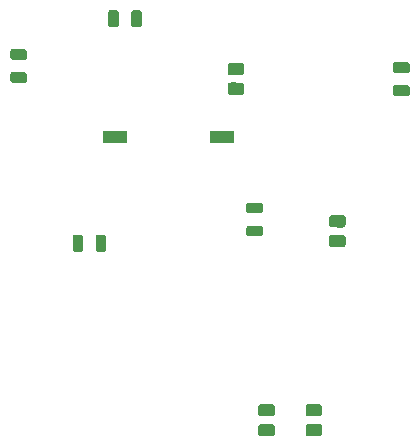
<source format=gbr>
G04 EAGLE Gerber RS-274X export*
G75*
%MOMM*%
%FSLAX34Y34*%
%LPD*%
%INSolderpaste Bottom*%
%IPPOS*%
%AMOC8*
5,1,8,0,0,1.08239X$1,22.5*%
G01*
%ADD10C,0.443700*%
%ADD11R,2.006600X1.092200*%
%ADD12C,0.504000*%

G36*
X308402Y962103D02*
X308402Y962103D01*
X308404Y962101D01*
X308795Y962132D01*
X308799Y962136D01*
X308802Y962133D01*
X309184Y962224D01*
X309188Y962229D01*
X309192Y962227D01*
X309554Y962377D01*
X309557Y962382D01*
X309561Y962380D01*
X309895Y962585D01*
X309897Y962590D01*
X309901Y962590D01*
X310200Y962845D01*
X310201Y962850D01*
X310205Y962850D01*
X310460Y963149D01*
X310461Y963155D01*
X310465Y963155D01*
X310670Y963489D01*
X310669Y963495D01*
X310674Y963496D01*
X310824Y963858D01*
X310823Y963860D01*
X310824Y963860D01*
X310822Y963863D01*
X310822Y963864D01*
X310826Y963866D01*
X310917Y964248D01*
X310915Y964253D01*
X310917Y964254D01*
X310918Y964255D01*
X310949Y964646D01*
X310947Y964649D01*
X310949Y964650D01*
X310949Y970150D01*
X310947Y970152D01*
X310949Y970154D01*
X310918Y970545D01*
X310914Y970549D01*
X310917Y970552D01*
X310826Y970934D01*
X310821Y970938D01*
X310824Y970942D01*
X310674Y971304D01*
X310668Y971307D01*
X310670Y971311D01*
X310465Y971645D01*
X310460Y971647D01*
X310460Y971651D01*
X310205Y971950D01*
X310200Y971951D01*
X310200Y971955D01*
X309901Y972210D01*
X309895Y972211D01*
X309895Y972215D01*
X309561Y972420D01*
X309555Y972419D01*
X309554Y972424D01*
X309192Y972574D01*
X309186Y972572D01*
X309184Y972576D01*
X308802Y972667D01*
X308795Y972664D01*
X308791Y972668D01*
X299600Y972699D01*
X299598Y972697D01*
X299596Y972699D01*
X299205Y972668D01*
X299201Y972664D01*
X299198Y972667D01*
X298816Y972576D01*
X298812Y972571D01*
X298808Y972574D01*
X298446Y972424D01*
X298443Y972418D01*
X298439Y972420D01*
X298105Y972215D01*
X298103Y972210D01*
X298099Y972210D01*
X297800Y971955D01*
X297799Y971950D01*
X297795Y971950D01*
X297540Y971651D01*
X297539Y971645D01*
X297535Y971645D01*
X297330Y971311D01*
X297331Y971305D01*
X297327Y971304D01*
X297177Y970942D01*
X297178Y970936D01*
X297174Y970934D01*
X297083Y970552D01*
X297085Y970547D01*
X297082Y970545D01*
X297051Y970154D01*
X297053Y970151D01*
X297051Y970150D01*
X297051Y964650D01*
X297053Y964648D01*
X297051Y964646D01*
X297082Y964255D01*
X297086Y964251D01*
X297083Y964248D01*
X297174Y963866D01*
X297179Y963862D01*
X297177Y963858D01*
X297327Y963496D01*
X297332Y963493D01*
X297330Y963489D01*
X297535Y963155D01*
X297540Y963153D01*
X297540Y963149D01*
X297795Y962850D01*
X297800Y962849D01*
X297800Y962845D01*
X298099Y962590D01*
X298105Y962589D01*
X298105Y962585D01*
X298439Y962380D01*
X298445Y962381D01*
X298446Y962377D01*
X298808Y962227D01*
X298814Y962228D01*
X298816Y962224D01*
X299198Y962133D01*
X299205Y962136D01*
X299209Y962132D01*
X308400Y962101D01*
X308402Y962103D01*
G37*
G36*
X308402Y945303D02*
X308402Y945303D01*
X308404Y945301D01*
X308795Y945332D01*
X308799Y945336D01*
X308802Y945333D01*
X309184Y945424D01*
X309188Y945429D01*
X309192Y945427D01*
X309554Y945577D01*
X309557Y945582D01*
X309561Y945580D01*
X309895Y945785D01*
X309897Y945790D01*
X309901Y945790D01*
X310200Y946045D01*
X310201Y946050D01*
X310205Y946050D01*
X310460Y946349D01*
X310461Y946355D01*
X310465Y946355D01*
X310670Y946689D01*
X310669Y946695D01*
X310674Y946696D01*
X310824Y947058D01*
X310823Y947060D01*
X310824Y947060D01*
X310822Y947063D01*
X310822Y947064D01*
X310826Y947066D01*
X310917Y947448D01*
X310915Y947453D01*
X310917Y947454D01*
X310918Y947455D01*
X310949Y947846D01*
X310947Y947849D01*
X310949Y947850D01*
X310949Y953350D01*
X310947Y953352D01*
X310949Y953354D01*
X310918Y953745D01*
X310914Y953749D01*
X310917Y953752D01*
X310826Y954134D01*
X310821Y954138D01*
X310824Y954142D01*
X310674Y954504D01*
X310668Y954507D01*
X310670Y954511D01*
X310465Y954845D01*
X310460Y954847D01*
X310460Y954851D01*
X310205Y955150D01*
X310200Y955151D01*
X310200Y955155D01*
X309901Y955410D01*
X309895Y955411D01*
X309895Y955415D01*
X309561Y955620D01*
X309555Y955619D01*
X309554Y955624D01*
X309192Y955774D01*
X309186Y955772D01*
X309184Y955776D01*
X308802Y955867D01*
X308795Y955864D01*
X308791Y955868D01*
X299600Y955899D01*
X299598Y955897D01*
X299596Y955899D01*
X299205Y955868D01*
X299201Y955864D01*
X299198Y955867D01*
X298816Y955776D01*
X298812Y955771D01*
X298808Y955774D01*
X298446Y955624D01*
X298443Y955618D01*
X298439Y955620D01*
X298105Y955415D01*
X298103Y955410D01*
X298099Y955410D01*
X297800Y955155D01*
X297799Y955150D01*
X297795Y955150D01*
X297540Y954851D01*
X297539Y954845D01*
X297535Y954845D01*
X297330Y954511D01*
X297331Y954505D01*
X297327Y954504D01*
X297177Y954142D01*
X297178Y954136D01*
X297174Y954134D01*
X297083Y953752D01*
X297085Y953747D01*
X297082Y953745D01*
X297051Y953354D01*
X297053Y953351D01*
X297051Y953350D01*
X297051Y947850D01*
X297053Y947848D01*
X297051Y947846D01*
X297082Y947455D01*
X297086Y947451D01*
X297083Y947448D01*
X297174Y947066D01*
X297179Y947062D01*
X297177Y947058D01*
X297327Y946696D01*
X297332Y946693D01*
X297330Y946689D01*
X297535Y946355D01*
X297540Y946353D01*
X297540Y946349D01*
X297795Y946050D01*
X297800Y946049D01*
X297800Y946045D01*
X298099Y945790D01*
X298105Y945789D01*
X298105Y945785D01*
X298439Y945580D01*
X298445Y945581D01*
X298446Y945577D01*
X298808Y945427D01*
X298814Y945428D01*
X298816Y945424D01*
X299198Y945333D01*
X299205Y945336D01*
X299209Y945332D01*
X308400Y945301D01*
X308402Y945303D01*
G37*
G36*
X394402Y833103D02*
X394402Y833103D01*
X394404Y833101D01*
X394795Y833132D01*
X394799Y833136D01*
X394802Y833133D01*
X395184Y833224D01*
X395188Y833229D01*
X395192Y833227D01*
X395554Y833377D01*
X395557Y833382D01*
X395561Y833380D01*
X395895Y833585D01*
X395897Y833590D01*
X395901Y833590D01*
X396200Y833845D01*
X396201Y833850D01*
X396205Y833850D01*
X396460Y834149D01*
X396461Y834155D01*
X396465Y834155D01*
X396670Y834489D01*
X396669Y834495D01*
X396674Y834496D01*
X396824Y834858D01*
X396823Y834860D01*
X396824Y834860D01*
X396822Y834863D01*
X396822Y834864D01*
X396826Y834866D01*
X396917Y835248D01*
X396915Y835253D01*
X396917Y835254D01*
X396918Y835255D01*
X396949Y835646D01*
X396947Y835649D01*
X396949Y835650D01*
X396949Y841150D01*
X396947Y841152D01*
X396949Y841154D01*
X396918Y841545D01*
X396914Y841549D01*
X396917Y841552D01*
X396826Y841934D01*
X396821Y841938D01*
X396824Y841942D01*
X396674Y842304D01*
X396668Y842307D01*
X396670Y842311D01*
X396465Y842645D01*
X396460Y842647D01*
X396460Y842651D01*
X396205Y842950D01*
X396200Y842951D01*
X396200Y842955D01*
X395901Y843210D01*
X395895Y843211D01*
X395895Y843215D01*
X395561Y843420D01*
X395555Y843419D01*
X395554Y843424D01*
X395192Y843574D01*
X395186Y843572D01*
X395184Y843576D01*
X394802Y843667D01*
X394795Y843664D01*
X394791Y843668D01*
X385600Y843699D01*
X385598Y843697D01*
X385596Y843699D01*
X385205Y843668D01*
X385201Y843664D01*
X385198Y843667D01*
X384816Y843576D01*
X384812Y843571D01*
X384808Y843574D01*
X384446Y843424D01*
X384443Y843418D01*
X384439Y843420D01*
X384105Y843215D01*
X384103Y843210D01*
X384099Y843210D01*
X383800Y842955D01*
X383799Y842950D01*
X383795Y842950D01*
X383540Y842651D01*
X383539Y842645D01*
X383535Y842645D01*
X383330Y842311D01*
X383331Y842305D01*
X383327Y842304D01*
X383177Y841942D01*
X383178Y841936D01*
X383174Y841934D01*
X383083Y841552D01*
X383085Y841547D01*
X383082Y841545D01*
X383051Y841154D01*
X383053Y841151D01*
X383051Y841150D01*
X383051Y835650D01*
X383053Y835648D01*
X383051Y835646D01*
X383082Y835255D01*
X383086Y835251D01*
X383083Y835248D01*
X383174Y834866D01*
X383179Y834862D01*
X383177Y834858D01*
X383327Y834496D01*
X383332Y834493D01*
X383330Y834489D01*
X383535Y834155D01*
X383540Y834153D01*
X383540Y834149D01*
X383795Y833850D01*
X383800Y833849D01*
X383800Y833845D01*
X384099Y833590D01*
X384105Y833589D01*
X384105Y833585D01*
X384439Y833380D01*
X384445Y833381D01*
X384446Y833377D01*
X384808Y833227D01*
X384814Y833228D01*
X384816Y833224D01*
X385198Y833133D01*
X385205Y833136D01*
X385209Y833132D01*
X394400Y833101D01*
X394402Y833103D01*
G37*
G36*
X394402Y816303D02*
X394402Y816303D01*
X394404Y816301D01*
X394795Y816332D01*
X394799Y816336D01*
X394802Y816333D01*
X395184Y816424D01*
X395188Y816429D01*
X395192Y816427D01*
X395554Y816577D01*
X395557Y816582D01*
X395561Y816580D01*
X395895Y816785D01*
X395897Y816790D01*
X395901Y816790D01*
X396200Y817045D01*
X396201Y817050D01*
X396205Y817050D01*
X396460Y817349D01*
X396461Y817355D01*
X396465Y817355D01*
X396670Y817689D01*
X396669Y817695D01*
X396674Y817696D01*
X396824Y818058D01*
X396823Y818060D01*
X396824Y818060D01*
X396822Y818063D01*
X396822Y818064D01*
X396826Y818066D01*
X396917Y818448D01*
X396915Y818453D01*
X396917Y818454D01*
X396918Y818455D01*
X396949Y818846D01*
X396947Y818849D01*
X396949Y818850D01*
X396949Y824350D01*
X396947Y824352D01*
X396949Y824354D01*
X396918Y824745D01*
X396914Y824749D01*
X396917Y824752D01*
X396826Y825134D01*
X396821Y825138D01*
X396824Y825142D01*
X396674Y825504D01*
X396668Y825507D01*
X396670Y825511D01*
X396465Y825845D01*
X396460Y825847D01*
X396460Y825851D01*
X396205Y826150D01*
X396200Y826151D01*
X396200Y826155D01*
X395901Y826410D01*
X395895Y826411D01*
X395895Y826415D01*
X395561Y826620D01*
X395555Y826619D01*
X395554Y826624D01*
X395192Y826774D01*
X395186Y826772D01*
X395184Y826776D01*
X394802Y826867D01*
X394795Y826864D01*
X394791Y826868D01*
X385600Y826899D01*
X385598Y826897D01*
X385596Y826899D01*
X385205Y826868D01*
X385201Y826864D01*
X385198Y826867D01*
X384816Y826776D01*
X384812Y826771D01*
X384808Y826774D01*
X384446Y826624D01*
X384443Y826618D01*
X384439Y826620D01*
X384105Y826415D01*
X384103Y826410D01*
X384099Y826410D01*
X383800Y826155D01*
X383799Y826150D01*
X383795Y826150D01*
X383540Y825851D01*
X383539Y825845D01*
X383535Y825845D01*
X383330Y825511D01*
X383331Y825505D01*
X383327Y825504D01*
X383177Y825142D01*
X383178Y825136D01*
X383174Y825134D01*
X383083Y824752D01*
X383085Y824747D01*
X383082Y824745D01*
X383051Y824354D01*
X383053Y824351D01*
X383051Y824350D01*
X383051Y818850D01*
X383053Y818848D01*
X383051Y818846D01*
X383082Y818455D01*
X383086Y818451D01*
X383083Y818448D01*
X383174Y818066D01*
X383179Y818062D01*
X383177Y818058D01*
X383327Y817696D01*
X383332Y817693D01*
X383330Y817689D01*
X383535Y817355D01*
X383540Y817353D01*
X383540Y817349D01*
X383795Y817050D01*
X383800Y817049D01*
X383800Y817045D01*
X384099Y816790D01*
X384105Y816789D01*
X384105Y816785D01*
X384439Y816580D01*
X384445Y816581D01*
X384446Y816577D01*
X384808Y816427D01*
X384814Y816428D01*
X384816Y816424D01*
X385198Y816333D01*
X385205Y816336D01*
X385209Y816332D01*
X394400Y816301D01*
X394402Y816303D01*
G37*
G36*
X334402Y673103D02*
X334402Y673103D01*
X334404Y673101D01*
X334795Y673132D01*
X334799Y673136D01*
X334802Y673133D01*
X335184Y673224D01*
X335188Y673229D01*
X335192Y673227D01*
X335554Y673377D01*
X335557Y673382D01*
X335561Y673380D01*
X335895Y673585D01*
X335897Y673590D01*
X335901Y673590D01*
X336200Y673845D01*
X336201Y673850D01*
X336205Y673850D01*
X336460Y674149D01*
X336461Y674155D01*
X336465Y674155D01*
X336670Y674489D01*
X336669Y674495D01*
X336674Y674496D01*
X336824Y674858D01*
X336823Y674860D01*
X336824Y674860D01*
X336822Y674863D01*
X336822Y674864D01*
X336826Y674866D01*
X336917Y675248D01*
X336915Y675253D01*
X336917Y675254D01*
X336918Y675255D01*
X336949Y675646D01*
X336947Y675649D01*
X336949Y675650D01*
X336949Y681150D01*
X336947Y681152D01*
X336949Y681154D01*
X336918Y681545D01*
X336914Y681549D01*
X336917Y681552D01*
X336826Y681934D01*
X336821Y681938D01*
X336824Y681942D01*
X336674Y682304D01*
X336668Y682307D01*
X336670Y682311D01*
X336465Y682645D01*
X336460Y682647D01*
X336460Y682651D01*
X336205Y682950D01*
X336200Y682951D01*
X336200Y682955D01*
X335901Y683210D01*
X335895Y683211D01*
X335895Y683215D01*
X335561Y683420D01*
X335555Y683419D01*
X335554Y683424D01*
X335192Y683574D01*
X335186Y683572D01*
X335184Y683576D01*
X334802Y683667D01*
X334795Y683664D01*
X334791Y683668D01*
X325600Y683699D01*
X325598Y683697D01*
X325596Y683699D01*
X325205Y683668D01*
X325201Y683664D01*
X325198Y683667D01*
X324816Y683576D01*
X324812Y683571D01*
X324808Y683574D01*
X324446Y683424D01*
X324443Y683418D01*
X324439Y683420D01*
X324105Y683215D01*
X324103Y683210D01*
X324099Y683210D01*
X323800Y682955D01*
X323799Y682950D01*
X323795Y682950D01*
X323540Y682651D01*
X323539Y682645D01*
X323535Y682645D01*
X323330Y682311D01*
X323331Y682305D01*
X323327Y682304D01*
X323177Y681942D01*
X323178Y681936D01*
X323174Y681934D01*
X323083Y681552D01*
X323085Y681547D01*
X323082Y681545D01*
X323051Y681154D01*
X323053Y681151D01*
X323051Y681150D01*
X323051Y675650D01*
X323053Y675648D01*
X323051Y675646D01*
X323082Y675255D01*
X323086Y675251D01*
X323083Y675248D01*
X323174Y674866D01*
X323179Y674862D01*
X323177Y674858D01*
X323327Y674496D01*
X323332Y674493D01*
X323330Y674489D01*
X323535Y674155D01*
X323540Y674153D01*
X323540Y674149D01*
X323795Y673850D01*
X323800Y673849D01*
X323800Y673845D01*
X324099Y673590D01*
X324105Y673589D01*
X324105Y673585D01*
X324439Y673380D01*
X324445Y673381D01*
X324446Y673377D01*
X324808Y673227D01*
X324814Y673228D01*
X324816Y673224D01*
X325198Y673133D01*
X325205Y673136D01*
X325209Y673132D01*
X334400Y673101D01*
X334402Y673103D01*
G37*
G36*
X374402Y673103D02*
X374402Y673103D01*
X374404Y673101D01*
X374795Y673132D01*
X374799Y673136D01*
X374802Y673133D01*
X375184Y673224D01*
X375188Y673229D01*
X375192Y673227D01*
X375554Y673377D01*
X375557Y673382D01*
X375561Y673380D01*
X375895Y673585D01*
X375897Y673590D01*
X375901Y673590D01*
X376200Y673845D01*
X376201Y673850D01*
X376205Y673850D01*
X376460Y674149D01*
X376461Y674155D01*
X376465Y674155D01*
X376670Y674489D01*
X376669Y674495D01*
X376674Y674496D01*
X376824Y674858D01*
X376823Y674860D01*
X376824Y674860D01*
X376822Y674863D01*
X376822Y674864D01*
X376826Y674866D01*
X376917Y675248D01*
X376915Y675253D01*
X376917Y675254D01*
X376918Y675255D01*
X376949Y675646D01*
X376947Y675649D01*
X376949Y675650D01*
X376949Y681150D01*
X376947Y681152D01*
X376949Y681154D01*
X376918Y681545D01*
X376914Y681549D01*
X376917Y681552D01*
X376826Y681934D01*
X376821Y681938D01*
X376824Y681942D01*
X376674Y682304D01*
X376668Y682307D01*
X376670Y682311D01*
X376465Y682645D01*
X376460Y682647D01*
X376460Y682651D01*
X376205Y682950D01*
X376200Y682951D01*
X376200Y682955D01*
X375901Y683210D01*
X375895Y683211D01*
X375895Y683215D01*
X375561Y683420D01*
X375555Y683419D01*
X375554Y683424D01*
X375192Y683574D01*
X375186Y683572D01*
X375184Y683576D01*
X374802Y683667D01*
X374795Y683664D01*
X374791Y683668D01*
X365600Y683699D01*
X365598Y683697D01*
X365596Y683699D01*
X365205Y683668D01*
X365201Y683664D01*
X365198Y683667D01*
X364816Y683576D01*
X364812Y683571D01*
X364808Y683574D01*
X364446Y683424D01*
X364443Y683418D01*
X364439Y683420D01*
X364105Y683215D01*
X364103Y683210D01*
X364099Y683210D01*
X363800Y682955D01*
X363799Y682950D01*
X363795Y682950D01*
X363540Y682651D01*
X363539Y682645D01*
X363535Y682645D01*
X363330Y682311D01*
X363331Y682305D01*
X363327Y682304D01*
X363177Y681942D01*
X363178Y681936D01*
X363174Y681934D01*
X363083Y681552D01*
X363085Y681547D01*
X363082Y681545D01*
X363051Y681154D01*
X363053Y681151D01*
X363051Y681150D01*
X363051Y675650D01*
X363053Y675648D01*
X363051Y675646D01*
X363082Y675255D01*
X363086Y675251D01*
X363083Y675248D01*
X363174Y674866D01*
X363179Y674862D01*
X363177Y674858D01*
X363327Y674496D01*
X363332Y674493D01*
X363330Y674489D01*
X363535Y674155D01*
X363540Y674153D01*
X363540Y674149D01*
X363795Y673850D01*
X363800Y673849D01*
X363800Y673845D01*
X364099Y673590D01*
X364105Y673589D01*
X364105Y673585D01*
X364439Y673380D01*
X364445Y673381D01*
X364446Y673377D01*
X364808Y673227D01*
X364814Y673228D01*
X364816Y673224D01*
X365198Y673133D01*
X365205Y673136D01*
X365209Y673132D01*
X374400Y673101D01*
X374402Y673103D01*
G37*
G36*
X334402Y656303D02*
X334402Y656303D01*
X334404Y656301D01*
X334795Y656332D01*
X334799Y656336D01*
X334802Y656333D01*
X335184Y656424D01*
X335188Y656429D01*
X335192Y656427D01*
X335554Y656577D01*
X335557Y656582D01*
X335561Y656580D01*
X335895Y656785D01*
X335897Y656790D01*
X335901Y656790D01*
X336200Y657045D01*
X336201Y657050D01*
X336205Y657050D01*
X336460Y657349D01*
X336461Y657355D01*
X336465Y657355D01*
X336670Y657689D01*
X336669Y657695D01*
X336674Y657696D01*
X336824Y658058D01*
X336823Y658060D01*
X336824Y658060D01*
X336822Y658063D01*
X336822Y658064D01*
X336826Y658066D01*
X336917Y658448D01*
X336915Y658453D01*
X336917Y658454D01*
X336918Y658455D01*
X336949Y658846D01*
X336947Y658849D01*
X336949Y658850D01*
X336949Y664350D01*
X336947Y664352D01*
X336949Y664354D01*
X336918Y664745D01*
X336914Y664749D01*
X336917Y664752D01*
X336826Y665134D01*
X336821Y665138D01*
X336824Y665142D01*
X336674Y665504D01*
X336668Y665507D01*
X336670Y665511D01*
X336465Y665845D01*
X336460Y665847D01*
X336460Y665851D01*
X336205Y666150D01*
X336200Y666151D01*
X336200Y666155D01*
X335901Y666410D01*
X335895Y666411D01*
X335895Y666415D01*
X335561Y666620D01*
X335555Y666619D01*
X335554Y666624D01*
X335192Y666774D01*
X335186Y666772D01*
X335184Y666776D01*
X334802Y666867D01*
X334795Y666864D01*
X334791Y666868D01*
X325600Y666899D01*
X325598Y666897D01*
X325596Y666899D01*
X325205Y666868D01*
X325201Y666864D01*
X325198Y666867D01*
X324816Y666776D01*
X324812Y666771D01*
X324808Y666774D01*
X324446Y666624D01*
X324443Y666618D01*
X324439Y666620D01*
X324105Y666415D01*
X324103Y666410D01*
X324099Y666410D01*
X323800Y666155D01*
X323799Y666150D01*
X323795Y666150D01*
X323540Y665851D01*
X323539Y665845D01*
X323535Y665845D01*
X323330Y665511D01*
X323331Y665505D01*
X323327Y665504D01*
X323177Y665142D01*
X323178Y665136D01*
X323174Y665134D01*
X323083Y664752D01*
X323085Y664747D01*
X323082Y664745D01*
X323051Y664354D01*
X323053Y664351D01*
X323051Y664350D01*
X323051Y658850D01*
X323053Y658848D01*
X323051Y658846D01*
X323082Y658455D01*
X323086Y658451D01*
X323083Y658448D01*
X323174Y658066D01*
X323179Y658062D01*
X323177Y658058D01*
X323327Y657696D01*
X323332Y657693D01*
X323330Y657689D01*
X323535Y657355D01*
X323540Y657353D01*
X323540Y657349D01*
X323795Y657050D01*
X323800Y657049D01*
X323800Y657045D01*
X324099Y656790D01*
X324105Y656789D01*
X324105Y656785D01*
X324439Y656580D01*
X324445Y656581D01*
X324446Y656577D01*
X324808Y656427D01*
X324814Y656428D01*
X324816Y656424D01*
X325198Y656333D01*
X325205Y656336D01*
X325209Y656332D01*
X334400Y656301D01*
X334402Y656303D01*
G37*
G36*
X374402Y656303D02*
X374402Y656303D01*
X374404Y656301D01*
X374795Y656332D01*
X374799Y656336D01*
X374802Y656333D01*
X375184Y656424D01*
X375188Y656429D01*
X375192Y656427D01*
X375554Y656577D01*
X375557Y656582D01*
X375561Y656580D01*
X375895Y656785D01*
X375897Y656790D01*
X375901Y656790D01*
X376200Y657045D01*
X376201Y657050D01*
X376205Y657050D01*
X376460Y657349D01*
X376461Y657355D01*
X376465Y657355D01*
X376670Y657689D01*
X376669Y657695D01*
X376674Y657696D01*
X376824Y658058D01*
X376823Y658060D01*
X376824Y658060D01*
X376822Y658063D01*
X376822Y658064D01*
X376826Y658066D01*
X376917Y658448D01*
X376915Y658453D01*
X376917Y658454D01*
X376918Y658455D01*
X376949Y658846D01*
X376947Y658849D01*
X376949Y658850D01*
X376949Y664350D01*
X376947Y664352D01*
X376949Y664354D01*
X376918Y664745D01*
X376914Y664749D01*
X376917Y664752D01*
X376826Y665134D01*
X376821Y665138D01*
X376824Y665142D01*
X376674Y665504D01*
X376668Y665507D01*
X376670Y665511D01*
X376465Y665845D01*
X376460Y665847D01*
X376460Y665851D01*
X376205Y666150D01*
X376200Y666151D01*
X376200Y666155D01*
X375901Y666410D01*
X375895Y666411D01*
X375895Y666415D01*
X375561Y666620D01*
X375555Y666619D01*
X375554Y666624D01*
X375192Y666774D01*
X375186Y666772D01*
X375184Y666776D01*
X374802Y666867D01*
X374795Y666864D01*
X374791Y666868D01*
X365600Y666899D01*
X365598Y666897D01*
X365596Y666899D01*
X365205Y666868D01*
X365201Y666864D01*
X365198Y666867D01*
X364816Y666776D01*
X364812Y666771D01*
X364808Y666774D01*
X364446Y666624D01*
X364443Y666618D01*
X364439Y666620D01*
X364105Y666415D01*
X364103Y666410D01*
X364099Y666410D01*
X363800Y666155D01*
X363799Y666150D01*
X363795Y666150D01*
X363540Y665851D01*
X363539Y665845D01*
X363535Y665845D01*
X363330Y665511D01*
X363331Y665505D01*
X363327Y665504D01*
X363177Y665142D01*
X363178Y665136D01*
X363174Y665134D01*
X363083Y664752D01*
X363085Y664747D01*
X363082Y664745D01*
X363051Y664354D01*
X363053Y664351D01*
X363051Y664350D01*
X363051Y658850D01*
X363053Y658848D01*
X363051Y658846D01*
X363082Y658455D01*
X363086Y658451D01*
X363083Y658448D01*
X363174Y658066D01*
X363179Y658062D01*
X363177Y658058D01*
X363327Y657696D01*
X363332Y657693D01*
X363330Y657689D01*
X363535Y657355D01*
X363540Y657353D01*
X363540Y657349D01*
X363795Y657050D01*
X363800Y657049D01*
X363800Y657045D01*
X364099Y656790D01*
X364105Y656789D01*
X364105Y656785D01*
X364439Y656580D01*
X364445Y656581D01*
X364446Y656577D01*
X364808Y656427D01*
X364814Y656428D01*
X364816Y656424D01*
X365198Y656333D01*
X365205Y656336D01*
X365209Y656332D01*
X374400Y656301D01*
X374402Y656303D01*
G37*
G36*
X202402Y1002853D02*
X202402Y1002853D01*
X202404Y1002851D01*
X202748Y1002878D01*
X202752Y1002882D01*
X202756Y1002879D01*
X203092Y1002960D01*
X203095Y1002965D01*
X203099Y1002963D01*
X203418Y1003095D01*
X203421Y1003100D01*
X203425Y1003098D01*
X203719Y1003278D01*
X203721Y1003283D01*
X203725Y1003283D01*
X203988Y1003507D01*
X203989Y1003512D01*
X203994Y1003512D01*
X204218Y1003775D01*
X204218Y1003781D01*
X204222Y1003781D01*
X204402Y1004075D01*
X204401Y1004081D01*
X204406Y1004082D01*
X204538Y1004401D01*
X204536Y1004407D01*
X204540Y1004408D01*
X204621Y1004744D01*
X204617Y1004752D01*
X204622Y1004756D01*
X204649Y1014900D01*
X204647Y1014902D01*
X204649Y1014904D01*
X204622Y1015248D01*
X204618Y1015252D01*
X204621Y1015256D01*
X204540Y1015592D01*
X204535Y1015595D01*
X204538Y1015599D01*
X204406Y1015918D01*
X204400Y1015921D01*
X204402Y1015925D01*
X204222Y1016219D01*
X204217Y1016221D01*
X204218Y1016225D01*
X203994Y1016488D01*
X203988Y1016489D01*
X203988Y1016494D01*
X203725Y1016718D01*
X203719Y1016718D01*
X203719Y1016722D01*
X203425Y1016902D01*
X203419Y1016901D01*
X203418Y1016906D01*
X203099Y1017038D01*
X203093Y1017036D01*
X203092Y1017040D01*
X202756Y1017121D01*
X202750Y1017119D01*
X202748Y1017122D01*
X202404Y1017149D01*
X202401Y1017148D01*
X202400Y1017149D01*
X198100Y1017149D01*
X198098Y1017147D01*
X198096Y1017149D01*
X197752Y1017122D01*
X197748Y1017118D01*
X197744Y1017121D01*
X197408Y1017040D01*
X197405Y1017035D01*
X197401Y1017038D01*
X197082Y1016906D01*
X197079Y1016900D01*
X197075Y1016902D01*
X196781Y1016722D01*
X196779Y1016717D01*
X196775Y1016718D01*
X196512Y1016494D01*
X196511Y1016488D01*
X196507Y1016488D01*
X196283Y1016225D01*
X196282Y1016219D01*
X196278Y1016219D01*
X196098Y1015925D01*
X196099Y1015919D01*
X196095Y1015918D01*
X195963Y1015599D01*
X195964Y1015593D01*
X195960Y1015592D01*
X195879Y1015256D01*
X195883Y1015248D01*
X195878Y1015244D01*
X195851Y1005100D01*
X195853Y1005098D01*
X195851Y1005096D01*
X195878Y1004752D01*
X195882Y1004748D01*
X195879Y1004744D01*
X195960Y1004408D01*
X195965Y1004405D01*
X195963Y1004401D01*
X196095Y1004082D01*
X196100Y1004079D01*
X196098Y1004075D01*
X196278Y1003781D01*
X196283Y1003779D01*
X196283Y1003775D01*
X196507Y1003512D01*
X196512Y1003511D01*
X196512Y1003507D01*
X196775Y1003283D01*
X196781Y1003282D01*
X196781Y1003278D01*
X197075Y1003098D01*
X197081Y1003099D01*
X197082Y1003095D01*
X197401Y1002963D01*
X197407Y1002964D01*
X197408Y1002960D01*
X197744Y1002879D01*
X197750Y1002881D01*
X197752Y1002878D01*
X198096Y1002851D01*
X198099Y1002853D01*
X198100Y1002851D01*
X202400Y1002851D01*
X202402Y1002853D01*
G37*
G36*
X221902Y1002853D02*
X221902Y1002853D01*
X221904Y1002851D01*
X222248Y1002878D01*
X222252Y1002882D01*
X222256Y1002879D01*
X222592Y1002960D01*
X222595Y1002965D01*
X222599Y1002963D01*
X222918Y1003095D01*
X222921Y1003100D01*
X222925Y1003098D01*
X223219Y1003278D01*
X223221Y1003283D01*
X223225Y1003283D01*
X223488Y1003507D01*
X223489Y1003512D01*
X223494Y1003512D01*
X223718Y1003775D01*
X223718Y1003781D01*
X223722Y1003781D01*
X223902Y1004075D01*
X223901Y1004081D01*
X223906Y1004082D01*
X224038Y1004401D01*
X224036Y1004407D01*
X224040Y1004408D01*
X224121Y1004744D01*
X224117Y1004752D01*
X224122Y1004756D01*
X224149Y1014900D01*
X224147Y1014902D01*
X224149Y1014904D01*
X224122Y1015248D01*
X224118Y1015252D01*
X224121Y1015256D01*
X224040Y1015592D01*
X224035Y1015595D01*
X224038Y1015599D01*
X223906Y1015918D01*
X223900Y1015921D01*
X223902Y1015925D01*
X223722Y1016219D01*
X223717Y1016221D01*
X223718Y1016225D01*
X223494Y1016488D01*
X223488Y1016489D01*
X223488Y1016494D01*
X223225Y1016718D01*
X223219Y1016718D01*
X223219Y1016722D01*
X222925Y1016902D01*
X222919Y1016901D01*
X222918Y1016906D01*
X222599Y1017038D01*
X222593Y1017036D01*
X222592Y1017040D01*
X222256Y1017121D01*
X222250Y1017119D01*
X222248Y1017122D01*
X221904Y1017149D01*
X221901Y1017148D01*
X221900Y1017149D01*
X217600Y1017149D01*
X217598Y1017147D01*
X217596Y1017149D01*
X217252Y1017122D01*
X217248Y1017118D01*
X217244Y1017121D01*
X216908Y1017040D01*
X216905Y1017035D01*
X216901Y1017038D01*
X216582Y1016906D01*
X216579Y1016900D01*
X216575Y1016902D01*
X216281Y1016722D01*
X216279Y1016717D01*
X216275Y1016718D01*
X216012Y1016494D01*
X216011Y1016488D01*
X216007Y1016488D01*
X215783Y1016225D01*
X215782Y1016219D01*
X215778Y1016219D01*
X215598Y1015925D01*
X215599Y1015919D01*
X215595Y1015918D01*
X215463Y1015599D01*
X215464Y1015593D01*
X215460Y1015592D01*
X215379Y1015256D01*
X215383Y1015248D01*
X215378Y1015244D01*
X215351Y1005100D01*
X215353Y1005098D01*
X215351Y1005096D01*
X215378Y1004752D01*
X215382Y1004748D01*
X215379Y1004744D01*
X215460Y1004408D01*
X215465Y1004405D01*
X215463Y1004401D01*
X215595Y1004082D01*
X215600Y1004079D01*
X215598Y1004075D01*
X215778Y1003781D01*
X215783Y1003779D01*
X215783Y1003775D01*
X216007Y1003512D01*
X216012Y1003511D01*
X216012Y1003507D01*
X216275Y1003283D01*
X216281Y1003282D01*
X216281Y1003278D01*
X216575Y1003098D01*
X216581Y1003099D01*
X216582Y1003095D01*
X216901Y1002963D01*
X216907Y1002964D01*
X216908Y1002960D01*
X217244Y1002879D01*
X217250Y1002881D01*
X217252Y1002878D01*
X217596Y1002851D01*
X217599Y1002853D01*
X217600Y1002851D01*
X221900Y1002851D01*
X221902Y1002853D01*
G37*
G36*
X124902Y975353D02*
X124902Y975353D01*
X124904Y975351D01*
X125248Y975378D01*
X125252Y975382D01*
X125256Y975379D01*
X125592Y975460D01*
X125595Y975465D01*
X125599Y975463D01*
X125918Y975595D01*
X125921Y975600D01*
X125925Y975598D01*
X126219Y975778D01*
X126221Y975783D01*
X126225Y975783D01*
X126488Y976007D01*
X126489Y976012D01*
X126494Y976012D01*
X126718Y976275D01*
X126718Y976281D01*
X126722Y976281D01*
X126902Y976575D01*
X126901Y976581D01*
X126906Y976582D01*
X127038Y976901D01*
X127036Y976907D01*
X127040Y976908D01*
X127121Y977244D01*
X127119Y977250D01*
X127122Y977252D01*
X127149Y977596D01*
X127148Y977599D01*
X127149Y977600D01*
X127149Y981900D01*
X127147Y981902D01*
X127149Y981904D01*
X127122Y982248D01*
X127118Y982252D01*
X127121Y982256D01*
X127040Y982592D01*
X127035Y982595D01*
X127038Y982599D01*
X126906Y982918D01*
X126900Y982921D01*
X126902Y982925D01*
X126722Y983219D01*
X126717Y983221D01*
X126718Y983225D01*
X126494Y983488D01*
X126488Y983489D01*
X126488Y983494D01*
X126225Y983718D01*
X126219Y983718D01*
X126219Y983722D01*
X125925Y983902D01*
X125919Y983901D01*
X125918Y983906D01*
X125599Y984038D01*
X125593Y984036D01*
X125592Y984040D01*
X125256Y984121D01*
X125248Y984117D01*
X125244Y984122D01*
X115100Y984149D01*
X115098Y984147D01*
X115096Y984149D01*
X114752Y984122D01*
X114748Y984118D01*
X114744Y984121D01*
X114408Y984040D01*
X114405Y984035D01*
X114401Y984038D01*
X114082Y983906D01*
X114079Y983900D01*
X114075Y983902D01*
X113781Y983722D01*
X113779Y983717D01*
X113775Y983718D01*
X113512Y983494D01*
X113511Y983488D01*
X113507Y983488D01*
X113283Y983225D01*
X113282Y983219D01*
X113278Y983219D01*
X113098Y982925D01*
X113099Y982919D01*
X113095Y982918D01*
X112963Y982599D01*
X112964Y982593D01*
X112960Y982592D01*
X112879Y982256D01*
X112881Y982250D01*
X112878Y982248D01*
X112851Y981904D01*
X112853Y981901D01*
X112851Y981900D01*
X112851Y977600D01*
X112853Y977598D01*
X112851Y977596D01*
X112878Y977252D01*
X112882Y977248D01*
X112879Y977244D01*
X112960Y976908D01*
X112965Y976905D01*
X112963Y976901D01*
X113095Y976582D01*
X113100Y976579D01*
X113098Y976575D01*
X113278Y976281D01*
X113283Y976279D01*
X113283Y976275D01*
X113507Y976012D01*
X113512Y976011D01*
X113512Y976007D01*
X113775Y975783D01*
X113781Y975782D01*
X113781Y975778D01*
X114075Y975598D01*
X114081Y975599D01*
X114082Y975595D01*
X114401Y975463D01*
X114407Y975464D01*
X114408Y975460D01*
X114744Y975379D01*
X114752Y975383D01*
X114756Y975378D01*
X124900Y975351D01*
X124902Y975353D01*
G37*
G36*
X448902Y964353D02*
X448902Y964353D01*
X448904Y964351D01*
X449248Y964378D01*
X449252Y964382D01*
X449256Y964379D01*
X449592Y964460D01*
X449595Y964465D01*
X449599Y964463D01*
X449918Y964595D01*
X449921Y964600D01*
X449925Y964598D01*
X450219Y964778D01*
X450221Y964783D01*
X450225Y964783D01*
X450488Y965007D01*
X450489Y965012D01*
X450494Y965012D01*
X450718Y965275D01*
X450718Y965281D01*
X450722Y965281D01*
X450902Y965575D01*
X450901Y965581D01*
X450906Y965582D01*
X451038Y965901D01*
X451036Y965907D01*
X451040Y965908D01*
X451121Y966244D01*
X451119Y966250D01*
X451122Y966252D01*
X451149Y966596D01*
X451148Y966599D01*
X451149Y966600D01*
X451149Y970900D01*
X451147Y970902D01*
X451149Y970904D01*
X451122Y971248D01*
X451118Y971252D01*
X451121Y971256D01*
X451040Y971592D01*
X451035Y971595D01*
X451038Y971599D01*
X450906Y971918D01*
X450900Y971921D01*
X450902Y971925D01*
X450722Y972219D01*
X450717Y972221D01*
X450718Y972225D01*
X450494Y972488D01*
X450488Y972489D01*
X450488Y972494D01*
X450225Y972718D01*
X450219Y972718D01*
X450219Y972722D01*
X449925Y972902D01*
X449919Y972901D01*
X449918Y972906D01*
X449599Y973038D01*
X449593Y973036D01*
X449592Y973040D01*
X449256Y973121D01*
X449248Y973117D01*
X449244Y973122D01*
X439100Y973149D01*
X439098Y973147D01*
X439096Y973149D01*
X438752Y973122D01*
X438748Y973118D01*
X438744Y973121D01*
X438408Y973040D01*
X438405Y973035D01*
X438401Y973038D01*
X438082Y972906D01*
X438079Y972900D01*
X438075Y972902D01*
X437781Y972722D01*
X437779Y972717D01*
X437775Y972718D01*
X437512Y972494D01*
X437511Y972488D01*
X437507Y972488D01*
X437283Y972225D01*
X437282Y972219D01*
X437278Y972219D01*
X437098Y971925D01*
X437099Y971919D01*
X437095Y971918D01*
X436963Y971599D01*
X436964Y971593D01*
X436960Y971592D01*
X436879Y971256D01*
X436881Y971250D01*
X436878Y971248D01*
X436851Y970904D01*
X436853Y970901D01*
X436851Y970900D01*
X436851Y966600D01*
X436853Y966598D01*
X436851Y966596D01*
X436878Y966252D01*
X436882Y966248D01*
X436879Y966244D01*
X436960Y965908D01*
X436965Y965905D01*
X436963Y965901D01*
X437095Y965582D01*
X437100Y965579D01*
X437098Y965575D01*
X437278Y965281D01*
X437283Y965279D01*
X437283Y965275D01*
X437507Y965012D01*
X437512Y965011D01*
X437512Y965007D01*
X437775Y964783D01*
X437781Y964782D01*
X437781Y964778D01*
X438075Y964598D01*
X438081Y964599D01*
X438082Y964595D01*
X438401Y964463D01*
X438407Y964464D01*
X438408Y964460D01*
X438744Y964379D01*
X438752Y964383D01*
X438756Y964378D01*
X448900Y964351D01*
X448902Y964353D01*
G37*
G36*
X124902Y955853D02*
X124902Y955853D01*
X124904Y955851D01*
X125248Y955878D01*
X125252Y955882D01*
X125256Y955879D01*
X125592Y955960D01*
X125595Y955965D01*
X125599Y955963D01*
X125918Y956095D01*
X125921Y956100D01*
X125925Y956098D01*
X126219Y956278D01*
X126221Y956283D01*
X126225Y956283D01*
X126488Y956507D01*
X126489Y956512D01*
X126494Y956512D01*
X126718Y956775D01*
X126718Y956781D01*
X126722Y956781D01*
X126902Y957075D01*
X126901Y957081D01*
X126906Y957082D01*
X127038Y957401D01*
X127036Y957407D01*
X127040Y957408D01*
X127121Y957744D01*
X127119Y957750D01*
X127122Y957752D01*
X127149Y958096D01*
X127148Y958099D01*
X127149Y958100D01*
X127149Y962400D01*
X127147Y962402D01*
X127149Y962404D01*
X127122Y962748D01*
X127118Y962752D01*
X127121Y962756D01*
X127040Y963092D01*
X127035Y963095D01*
X127038Y963099D01*
X126906Y963418D01*
X126900Y963421D01*
X126902Y963425D01*
X126722Y963719D01*
X126717Y963721D01*
X126718Y963725D01*
X126494Y963988D01*
X126488Y963989D01*
X126488Y963994D01*
X126225Y964218D01*
X126219Y964218D01*
X126219Y964222D01*
X125925Y964402D01*
X125919Y964401D01*
X125918Y964406D01*
X125599Y964538D01*
X125593Y964536D01*
X125592Y964540D01*
X125256Y964621D01*
X125248Y964617D01*
X125244Y964622D01*
X115100Y964649D01*
X115098Y964647D01*
X115096Y964649D01*
X114752Y964622D01*
X114748Y964618D01*
X114744Y964621D01*
X114408Y964540D01*
X114405Y964535D01*
X114401Y964538D01*
X114082Y964406D01*
X114079Y964400D01*
X114075Y964402D01*
X113781Y964222D01*
X113779Y964217D01*
X113775Y964218D01*
X113512Y963994D01*
X113511Y963988D01*
X113507Y963988D01*
X113283Y963725D01*
X113282Y963719D01*
X113278Y963719D01*
X113098Y963425D01*
X113099Y963419D01*
X113095Y963418D01*
X112963Y963099D01*
X112964Y963093D01*
X112960Y963092D01*
X112879Y962756D01*
X112881Y962750D01*
X112878Y962748D01*
X112851Y962404D01*
X112853Y962401D01*
X112851Y962400D01*
X112851Y958100D01*
X112853Y958098D01*
X112851Y958096D01*
X112878Y957752D01*
X112882Y957748D01*
X112879Y957744D01*
X112960Y957408D01*
X112965Y957405D01*
X112963Y957401D01*
X113095Y957082D01*
X113100Y957079D01*
X113098Y957075D01*
X113278Y956781D01*
X113283Y956779D01*
X113283Y956775D01*
X113507Y956512D01*
X113512Y956511D01*
X113512Y956507D01*
X113775Y956283D01*
X113781Y956282D01*
X113781Y956278D01*
X114075Y956098D01*
X114081Y956099D01*
X114082Y956095D01*
X114401Y955963D01*
X114407Y955964D01*
X114408Y955960D01*
X114744Y955879D01*
X114752Y955883D01*
X114756Y955878D01*
X124900Y955851D01*
X124902Y955853D01*
G37*
G36*
X448902Y944853D02*
X448902Y944853D01*
X448904Y944851D01*
X449248Y944878D01*
X449252Y944882D01*
X449256Y944879D01*
X449592Y944960D01*
X449595Y944965D01*
X449599Y944963D01*
X449918Y945095D01*
X449921Y945100D01*
X449925Y945098D01*
X450219Y945278D01*
X450221Y945283D01*
X450225Y945283D01*
X450488Y945507D01*
X450489Y945512D01*
X450494Y945512D01*
X450718Y945775D01*
X450718Y945781D01*
X450722Y945781D01*
X450902Y946075D01*
X450901Y946081D01*
X450906Y946082D01*
X451038Y946401D01*
X451036Y946407D01*
X451040Y946408D01*
X451121Y946744D01*
X451119Y946750D01*
X451122Y946752D01*
X451149Y947096D01*
X451148Y947099D01*
X451149Y947100D01*
X451149Y951400D01*
X451147Y951402D01*
X451149Y951404D01*
X451122Y951748D01*
X451118Y951752D01*
X451121Y951756D01*
X451040Y952092D01*
X451035Y952095D01*
X451038Y952099D01*
X450906Y952418D01*
X450900Y952421D01*
X450902Y952425D01*
X450722Y952719D01*
X450717Y952721D01*
X450718Y952725D01*
X450494Y952988D01*
X450488Y952989D01*
X450488Y952994D01*
X450225Y953218D01*
X450219Y953218D01*
X450219Y953222D01*
X449925Y953402D01*
X449919Y953401D01*
X449918Y953406D01*
X449599Y953538D01*
X449593Y953536D01*
X449592Y953540D01*
X449256Y953621D01*
X449248Y953617D01*
X449244Y953622D01*
X439100Y953649D01*
X439098Y953647D01*
X439096Y953649D01*
X438752Y953622D01*
X438748Y953618D01*
X438744Y953621D01*
X438408Y953540D01*
X438405Y953535D01*
X438401Y953538D01*
X438082Y953406D01*
X438079Y953400D01*
X438075Y953402D01*
X437781Y953222D01*
X437779Y953217D01*
X437775Y953218D01*
X437512Y952994D01*
X437511Y952988D01*
X437507Y952988D01*
X437283Y952725D01*
X437282Y952719D01*
X437278Y952719D01*
X437098Y952425D01*
X437099Y952419D01*
X437095Y952418D01*
X436963Y952099D01*
X436964Y952093D01*
X436960Y952092D01*
X436879Y951756D01*
X436881Y951750D01*
X436878Y951748D01*
X436851Y951404D01*
X436853Y951401D01*
X436851Y951400D01*
X436851Y947100D01*
X436853Y947098D01*
X436851Y947096D01*
X436878Y946752D01*
X436882Y946748D01*
X436879Y946744D01*
X436960Y946408D01*
X436965Y946405D01*
X436963Y946401D01*
X437095Y946082D01*
X437100Y946079D01*
X437098Y946075D01*
X437278Y945781D01*
X437283Y945779D01*
X437283Y945775D01*
X437507Y945512D01*
X437512Y945511D01*
X437512Y945507D01*
X437775Y945283D01*
X437781Y945282D01*
X437781Y945278D01*
X438075Y945098D01*
X438081Y945099D01*
X438082Y945095D01*
X438401Y944963D01*
X438407Y944964D01*
X438408Y944960D01*
X438744Y944879D01*
X438752Y944883D01*
X438756Y944878D01*
X448900Y944851D01*
X448902Y944853D01*
G37*
G36*
X324902Y845353D02*
X324902Y845353D01*
X324904Y845351D01*
X325248Y845378D01*
X325252Y845382D01*
X325256Y845379D01*
X325592Y845460D01*
X325595Y845465D01*
X325599Y845463D01*
X325918Y845595D01*
X325921Y845600D01*
X325925Y845598D01*
X326219Y845778D01*
X326221Y845783D01*
X326225Y845783D01*
X326488Y846007D01*
X326489Y846012D01*
X326494Y846012D01*
X326718Y846275D01*
X326718Y846281D01*
X326722Y846281D01*
X326902Y846575D01*
X326901Y846581D01*
X326906Y846582D01*
X327038Y846901D01*
X327036Y846907D01*
X327040Y846908D01*
X327121Y847244D01*
X327119Y847250D01*
X327122Y847252D01*
X327149Y847596D01*
X327148Y847599D01*
X327149Y847600D01*
X327149Y851900D01*
X327147Y851902D01*
X327149Y851904D01*
X327122Y852248D01*
X327118Y852252D01*
X327121Y852256D01*
X327040Y852592D01*
X327035Y852595D01*
X327038Y852599D01*
X326906Y852918D01*
X326900Y852921D01*
X326902Y852925D01*
X326722Y853219D01*
X326717Y853221D01*
X326718Y853225D01*
X326494Y853488D01*
X326488Y853489D01*
X326488Y853494D01*
X326225Y853718D01*
X326219Y853718D01*
X326219Y853722D01*
X325925Y853902D01*
X325919Y853901D01*
X325918Y853906D01*
X325599Y854038D01*
X325593Y854036D01*
X325592Y854040D01*
X325256Y854121D01*
X325248Y854117D01*
X325244Y854122D01*
X315100Y854149D01*
X315098Y854147D01*
X315096Y854149D01*
X314752Y854122D01*
X314748Y854118D01*
X314744Y854121D01*
X314408Y854040D01*
X314405Y854035D01*
X314401Y854038D01*
X314082Y853906D01*
X314079Y853900D01*
X314075Y853902D01*
X313781Y853722D01*
X313779Y853717D01*
X313775Y853718D01*
X313512Y853494D01*
X313511Y853488D01*
X313507Y853488D01*
X313283Y853225D01*
X313282Y853219D01*
X313278Y853219D01*
X313098Y852925D01*
X313099Y852919D01*
X313095Y852918D01*
X312963Y852599D01*
X312964Y852593D01*
X312960Y852592D01*
X312879Y852256D01*
X312881Y852250D01*
X312878Y852248D01*
X312851Y851904D01*
X312853Y851901D01*
X312851Y851900D01*
X312851Y847600D01*
X312853Y847598D01*
X312851Y847596D01*
X312878Y847252D01*
X312882Y847248D01*
X312879Y847244D01*
X312960Y846908D01*
X312965Y846905D01*
X312963Y846901D01*
X313095Y846582D01*
X313100Y846579D01*
X313098Y846575D01*
X313278Y846281D01*
X313283Y846279D01*
X313283Y846275D01*
X313507Y846012D01*
X313512Y846011D01*
X313512Y846007D01*
X313775Y845783D01*
X313781Y845782D01*
X313781Y845778D01*
X314075Y845598D01*
X314081Y845599D01*
X314082Y845595D01*
X314401Y845463D01*
X314407Y845464D01*
X314408Y845460D01*
X314744Y845379D01*
X314752Y845383D01*
X314756Y845378D01*
X324900Y845351D01*
X324902Y845353D01*
G37*
G36*
X324902Y825853D02*
X324902Y825853D01*
X324904Y825851D01*
X325248Y825878D01*
X325252Y825882D01*
X325256Y825879D01*
X325592Y825960D01*
X325595Y825965D01*
X325599Y825963D01*
X325918Y826095D01*
X325921Y826100D01*
X325925Y826098D01*
X326219Y826278D01*
X326221Y826283D01*
X326225Y826283D01*
X326488Y826507D01*
X326489Y826512D01*
X326494Y826512D01*
X326718Y826775D01*
X326718Y826781D01*
X326722Y826781D01*
X326902Y827075D01*
X326901Y827081D01*
X326906Y827082D01*
X327038Y827401D01*
X327036Y827407D01*
X327040Y827408D01*
X327121Y827744D01*
X327119Y827750D01*
X327122Y827752D01*
X327149Y828096D01*
X327148Y828099D01*
X327149Y828100D01*
X327149Y832400D01*
X327147Y832402D01*
X327149Y832404D01*
X327122Y832748D01*
X327118Y832752D01*
X327121Y832756D01*
X327040Y833092D01*
X327035Y833095D01*
X327038Y833099D01*
X326906Y833418D01*
X326900Y833421D01*
X326902Y833425D01*
X326722Y833719D01*
X326717Y833721D01*
X326718Y833725D01*
X326494Y833988D01*
X326488Y833989D01*
X326488Y833994D01*
X326225Y834218D01*
X326219Y834218D01*
X326219Y834222D01*
X325925Y834402D01*
X325919Y834401D01*
X325918Y834406D01*
X325599Y834538D01*
X325593Y834536D01*
X325592Y834540D01*
X325256Y834621D01*
X325248Y834617D01*
X325244Y834622D01*
X315100Y834649D01*
X315098Y834647D01*
X315096Y834649D01*
X314752Y834622D01*
X314748Y834618D01*
X314744Y834621D01*
X314408Y834540D01*
X314405Y834535D01*
X314401Y834538D01*
X314082Y834406D01*
X314079Y834400D01*
X314075Y834402D01*
X313781Y834222D01*
X313779Y834217D01*
X313775Y834218D01*
X313512Y833994D01*
X313511Y833988D01*
X313507Y833988D01*
X313283Y833725D01*
X313282Y833719D01*
X313278Y833719D01*
X313098Y833425D01*
X313099Y833419D01*
X313095Y833418D01*
X312963Y833099D01*
X312964Y833093D01*
X312960Y833092D01*
X312879Y832756D01*
X312881Y832750D01*
X312878Y832748D01*
X312851Y832404D01*
X312853Y832401D01*
X312851Y832400D01*
X312851Y828100D01*
X312853Y828098D01*
X312851Y828096D01*
X312878Y827752D01*
X312882Y827748D01*
X312879Y827744D01*
X312960Y827408D01*
X312965Y827405D01*
X312963Y827401D01*
X313095Y827082D01*
X313100Y827079D01*
X313098Y827075D01*
X313278Y826781D01*
X313283Y826779D01*
X313283Y826775D01*
X313507Y826512D01*
X313512Y826511D01*
X313512Y826507D01*
X313775Y826283D01*
X313781Y826282D01*
X313781Y826278D01*
X314075Y826098D01*
X314081Y826099D01*
X314082Y826095D01*
X314401Y825963D01*
X314407Y825964D01*
X314408Y825960D01*
X314744Y825879D01*
X314752Y825883D01*
X314756Y825878D01*
X324900Y825851D01*
X324902Y825853D01*
G37*
G36*
X172402Y812853D02*
X172402Y812853D01*
X172404Y812851D01*
X172748Y812878D01*
X172752Y812882D01*
X172756Y812879D01*
X173092Y812960D01*
X173095Y812965D01*
X173099Y812963D01*
X173418Y813095D01*
X173421Y813100D01*
X173425Y813098D01*
X173719Y813278D01*
X173721Y813283D01*
X173725Y813283D01*
X173988Y813507D01*
X173989Y813512D01*
X173994Y813512D01*
X174218Y813775D01*
X174218Y813781D01*
X174222Y813781D01*
X174402Y814075D01*
X174401Y814081D01*
X174406Y814082D01*
X174538Y814401D01*
X174536Y814407D01*
X174540Y814408D01*
X174621Y814744D01*
X174617Y814752D01*
X174622Y814756D01*
X174649Y824900D01*
X174647Y824902D01*
X174649Y824904D01*
X174622Y825248D01*
X174618Y825252D01*
X174621Y825256D01*
X174540Y825592D01*
X174535Y825595D01*
X174538Y825599D01*
X174406Y825918D01*
X174400Y825921D01*
X174402Y825925D01*
X174222Y826219D01*
X174217Y826221D01*
X174218Y826225D01*
X173994Y826488D01*
X173988Y826489D01*
X173988Y826494D01*
X173725Y826718D01*
X173719Y826718D01*
X173719Y826722D01*
X173425Y826902D01*
X173419Y826901D01*
X173418Y826906D01*
X173099Y827038D01*
X173093Y827036D01*
X173092Y827040D01*
X172756Y827121D01*
X172750Y827119D01*
X172748Y827122D01*
X172404Y827149D01*
X172401Y827148D01*
X172400Y827149D01*
X168100Y827149D01*
X168098Y827147D01*
X168096Y827149D01*
X167752Y827122D01*
X167748Y827118D01*
X167744Y827121D01*
X167408Y827040D01*
X167405Y827035D01*
X167401Y827038D01*
X167082Y826906D01*
X167079Y826900D01*
X167075Y826902D01*
X166781Y826722D01*
X166779Y826717D01*
X166775Y826718D01*
X166512Y826494D01*
X166511Y826488D01*
X166507Y826488D01*
X166283Y826225D01*
X166282Y826219D01*
X166278Y826219D01*
X166098Y825925D01*
X166099Y825919D01*
X166095Y825918D01*
X165963Y825599D01*
X165964Y825593D01*
X165960Y825592D01*
X165879Y825256D01*
X165883Y825248D01*
X165878Y825244D01*
X165851Y815100D01*
X165853Y815098D01*
X165851Y815096D01*
X165878Y814752D01*
X165882Y814748D01*
X165879Y814744D01*
X165960Y814408D01*
X165965Y814405D01*
X165963Y814401D01*
X166095Y814082D01*
X166100Y814079D01*
X166098Y814075D01*
X166278Y813781D01*
X166283Y813779D01*
X166283Y813775D01*
X166507Y813512D01*
X166512Y813511D01*
X166512Y813507D01*
X166775Y813283D01*
X166781Y813282D01*
X166781Y813278D01*
X167075Y813098D01*
X167081Y813099D01*
X167082Y813095D01*
X167401Y812963D01*
X167407Y812964D01*
X167408Y812960D01*
X167744Y812879D01*
X167750Y812881D01*
X167752Y812878D01*
X168096Y812851D01*
X168099Y812853D01*
X168100Y812851D01*
X172400Y812851D01*
X172402Y812853D01*
G37*
G36*
X191902Y812853D02*
X191902Y812853D01*
X191904Y812851D01*
X192248Y812878D01*
X192252Y812882D01*
X192256Y812879D01*
X192592Y812960D01*
X192595Y812965D01*
X192599Y812963D01*
X192918Y813095D01*
X192921Y813100D01*
X192925Y813098D01*
X193219Y813278D01*
X193221Y813283D01*
X193225Y813283D01*
X193488Y813507D01*
X193489Y813512D01*
X193494Y813512D01*
X193718Y813775D01*
X193718Y813781D01*
X193722Y813781D01*
X193902Y814075D01*
X193901Y814081D01*
X193906Y814082D01*
X194038Y814401D01*
X194036Y814407D01*
X194040Y814408D01*
X194121Y814744D01*
X194117Y814752D01*
X194122Y814756D01*
X194149Y824900D01*
X194147Y824902D01*
X194149Y824904D01*
X194122Y825248D01*
X194118Y825252D01*
X194121Y825256D01*
X194040Y825592D01*
X194035Y825595D01*
X194038Y825599D01*
X193906Y825918D01*
X193900Y825921D01*
X193902Y825925D01*
X193722Y826219D01*
X193717Y826221D01*
X193718Y826225D01*
X193494Y826488D01*
X193488Y826489D01*
X193488Y826494D01*
X193225Y826718D01*
X193219Y826718D01*
X193219Y826722D01*
X192925Y826902D01*
X192919Y826901D01*
X192918Y826906D01*
X192599Y827038D01*
X192593Y827036D01*
X192592Y827040D01*
X192256Y827121D01*
X192250Y827119D01*
X192248Y827122D01*
X191904Y827149D01*
X191901Y827148D01*
X191900Y827149D01*
X187600Y827149D01*
X187598Y827147D01*
X187596Y827149D01*
X187252Y827122D01*
X187248Y827118D01*
X187244Y827121D01*
X186908Y827040D01*
X186905Y827035D01*
X186901Y827038D01*
X186582Y826906D01*
X186579Y826900D01*
X186575Y826902D01*
X186281Y826722D01*
X186279Y826717D01*
X186275Y826718D01*
X186012Y826494D01*
X186011Y826488D01*
X186007Y826488D01*
X185783Y826225D01*
X185782Y826219D01*
X185778Y826219D01*
X185598Y825925D01*
X185599Y825919D01*
X185595Y825918D01*
X185463Y825599D01*
X185464Y825593D01*
X185460Y825592D01*
X185379Y825256D01*
X185383Y825248D01*
X185378Y825244D01*
X185351Y815100D01*
X185353Y815098D01*
X185351Y815096D01*
X185378Y814752D01*
X185382Y814748D01*
X185379Y814744D01*
X185460Y814408D01*
X185465Y814405D01*
X185463Y814401D01*
X185595Y814082D01*
X185600Y814079D01*
X185598Y814075D01*
X185778Y813781D01*
X185783Y813779D01*
X185783Y813775D01*
X186007Y813512D01*
X186012Y813511D01*
X186012Y813507D01*
X186275Y813283D01*
X186281Y813282D01*
X186281Y813278D01*
X186575Y813098D01*
X186581Y813099D01*
X186582Y813095D01*
X186901Y812963D01*
X186907Y812964D01*
X186908Y812960D01*
X187244Y812879D01*
X187250Y812881D01*
X187252Y812878D01*
X187596Y812851D01*
X187599Y812853D01*
X187600Y812851D01*
X191900Y812851D01*
X191902Y812853D01*
G37*
D10*
X168118Y824882D02*
X172382Y824882D01*
X172382Y815118D01*
X168118Y815118D01*
X168118Y824882D01*
X168118Y819333D02*
X172382Y819333D01*
X172382Y823548D02*
X168118Y823548D01*
X187618Y815118D02*
X191882Y815118D01*
X187618Y815118D02*
X187618Y824882D01*
X191882Y824882D01*
X191882Y815118D01*
X191882Y819333D02*
X187618Y819333D01*
X187618Y823548D02*
X191882Y823548D01*
X439118Y947118D02*
X439118Y951382D01*
X448882Y951382D01*
X448882Y947118D01*
X439118Y947118D01*
X439118Y951333D02*
X448882Y951333D01*
X448882Y966618D02*
X448882Y970882D01*
X448882Y966618D02*
X439118Y966618D01*
X439118Y970882D01*
X448882Y970882D01*
X448882Y970833D02*
X439118Y970833D01*
X315118Y832382D02*
X315118Y828118D01*
X315118Y832382D02*
X324882Y832382D01*
X324882Y828118D01*
X315118Y828118D01*
X315118Y832333D02*
X324882Y832333D01*
X324882Y847618D02*
X324882Y851882D01*
X324882Y847618D02*
X315118Y847618D01*
X315118Y851882D01*
X324882Y851882D01*
X324882Y851833D02*
X315118Y851833D01*
D11*
X291958Y910000D03*
X202042Y910000D03*
D10*
X124882Y977618D02*
X124882Y981882D01*
X124882Y977618D02*
X115118Y977618D01*
X115118Y981882D01*
X124882Y981882D01*
X124882Y981833D02*
X115118Y981833D01*
X115118Y962382D02*
X115118Y958118D01*
X115118Y962382D02*
X124882Y962382D01*
X124882Y958118D01*
X115118Y958118D01*
X115118Y962333D02*
X124882Y962333D01*
X198118Y1014882D02*
X202382Y1014882D01*
X202382Y1005118D01*
X198118Y1005118D01*
X198118Y1014882D01*
X198118Y1009333D02*
X202382Y1009333D01*
X202382Y1013548D02*
X198118Y1013548D01*
X217618Y1005118D02*
X221882Y1005118D01*
X217618Y1005118D02*
X217618Y1014882D01*
X221882Y1014882D01*
X221882Y1005118D01*
X221882Y1009333D02*
X217618Y1009333D01*
X217618Y1013548D02*
X221882Y1013548D01*
D12*
X385620Y824330D02*
X385620Y818870D01*
X385620Y824330D02*
X394380Y824330D01*
X394380Y818870D01*
X385620Y818870D01*
X385620Y823658D02*
X394380Y823658D01*
X394380Y835670D02*
X394380Y841130D01*
X394380Y835670D02*
X385620Y835670D01*
X385620Y841130D01*
X394380Y841130D01*
X394380Y840458D02*
X385620Y840458D01*
X374380Y681130D02*
X374380Y675670D01*
X365620Y675670D01*
X365620Y681130D01*
X374380Y681130D01*
X374380Y680458D02*
X365620Y680458D01*
X365620Y664330D02*
X365620Y658870D01*
X365620Y664330D02*
X374380Y664330D01*
X374380Y658870D01*
X365620Y658870D01*
X365620Y663658D02*
X374380Y663658D01*
X325620Y664330D02*
X325620Y658870D01*
X325620Y664330D02*
X334380Y664330D01*
X334380Y658870D01*
X325620Y658870D01*
X325620Y663658D02*
X334380Y663658D01*
X334380Y675670D02*
X334380Y681130D01*
X334380Y675670D02*
X325620Y675670D01*
X325620Y681130D01*
X334380Y681130D01*
X334380Y680458D02*
X325620Y680458D01*
X308380Y964670D02*
X308380Y970130D01*
X308380Y964670D02*
X299620Y964670D01*
X299620Y970130D01*
X308380Y970130D01*
X308380Y969458D02*
X299620Y969458D01*
X299620Y953330D02*
X299620Y947870D01*
X299620Y953330D02*
X308380Y953330D01*
X308380Y947870D01*
X299620Y947870D01*
X299620Y952658D02*
X308380Y952658D01*
M02*

</source>
